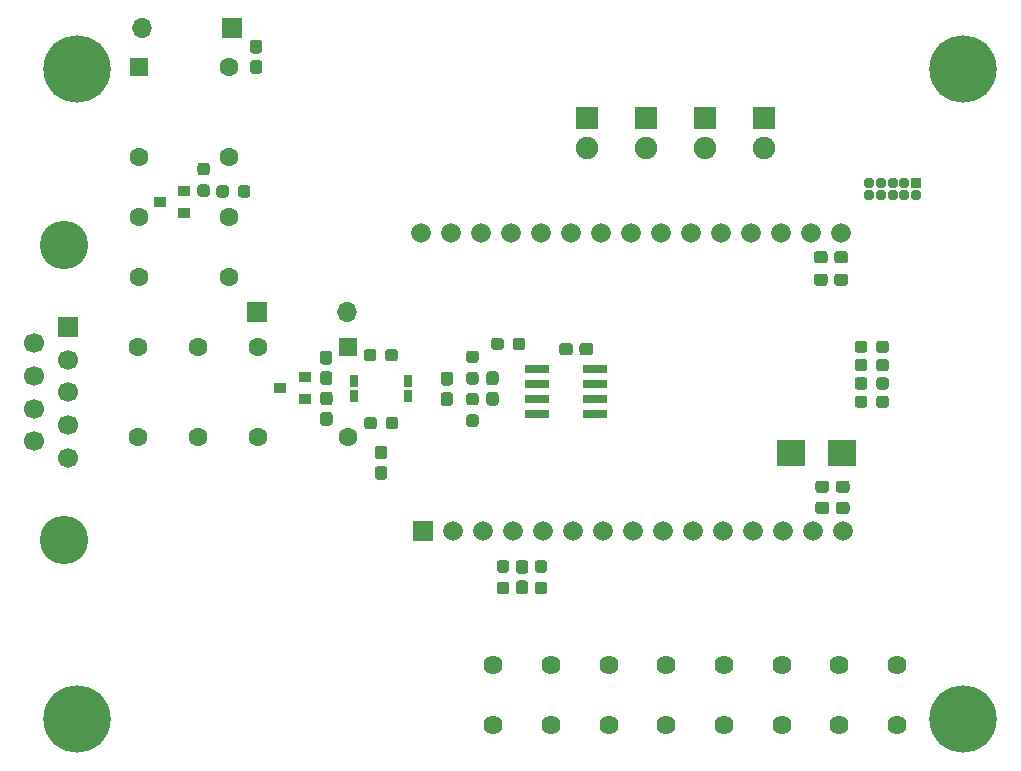
<source format=gbr>
%TF.GenerationSoftware,KiCad,Pcbnew,(5.1.6)-1*%
%TF.CreationDate,2020-11-25T15:36:35+01:00*%
%TF.ProjectId,Board,426f6172-642e-46b6-9963-61645f706362,rev?*%
%TF.SameCoordinates,Original*%
%TF.FileFunction,Soldermask,Bot*%
%TF.FilePolarity,Negative*%
%FSLAX46Y46*%
G04 Gerber Fmt 4.6, Leading zero omitted, Abs format (unit mm)*
G04 Created by KiCad (PCBNEW (5.1.6)-1) date 2020-11-25 15:36:35*
%MOMM*%
%LPD*%
G01*
G04 APERTURE LIST*
%ADD10C,5.700000*%
%ADD11O,1.700000X1.700000*%
%ADD12R,1.700000X1.700000*%
%ADD13R,1.660000X1.660000*%
%ADD14C,1.660000*%
%ADD15C,4.100000*%
%ADD16C,1.700000*%
%ADD17C,1.624000*%
%ADD18R,1.608000X1.608000*%
%ADD19C,1.608000*%
%ADD20R,0.700000X1.100000*%
%ADD21R,1.000000X0.900000*%
%ADD22R,1.900000X1.900000*%
%ADD23C,1.900000*%
%ADD24R,2.390000X2.220000*%
%ADD25R,0.950000X0.950000*%
%ADD26O,0.950000X0.950000*%
%ADD27R,2.081200X0.658800*%
G04 APERTURE END LIST*
D10*
%TO.C,MH4*%
X122840000Y-121750000D03*
%TD*%
%TO.C,MH3*%
X122840000Y-66750000D03*
%TD*%
%TO.C,MH2*%
X47840000Y-66750000D03*
%TD*%
%TO.C,MH1*%
X47840000Y-121750000D03*
%TD*%
D11*
%TO.C,D9*%
X70710000Y-87300000D03*
D12*
X63090000Y-87300000D03*
%TD*%
%TO.C,C18*%
G36*
G01*
X73287500Y-100327500D02*
X73812500Y-100327500D01*
G75*
G02*
X74075000Y-100590000I0J-262500D01*
G01*
X74075000Y-101240000D01*
G75*
G02*
X73812500Y-101502500I-262500J0D01*
G01*
X73287500Y-101502500D01*
G75*
G02*
X73025000Y-101240000I0J262500D01*
G01*
X73025000Y-100590000D01*
G75*
G02*
X73287500Y-100327500I262500J0D01*
G01*
G37*
G36*
G01*
X73287500Y-98602500D02*
X73812500Y-98602500D01*
G75*
G02*
X74075000Y-98865000I0J-262500D01*
G01*
X74075000Y-99515000D01*
G75*
G02*
X73812500Y-99777500I-262500J0D01*
G01*
X73287500Y-99777500D01*
G75*
G02*
X73025000Y-99515000I0J262500D01*
G01*
X73025000Y-98865000D01*
G75*
G02*
X73287500Y-98602500I262500J0D01*
G01*
G37*
%TD*%
%TO.C,C17*%
G36*
G01*
X90350000Y-90702500D02*
X90350000Y-90177500D01*
G75*
G02*
X90612500Y-89915000I262500J0D01*
G01*
X91262500Y-89915000D01*
G75*
G02*
X91525000Y-90177500I0J-262500D01*
G01*
X91525000Y-90702500D01*
G75*
G02*
X91262500Y-90965000I-262500J0D01*
G01*
X90612500Y-90965000D01*
G75*
G02*
X90350000Y-90702500I0J262500D01*
G01*
G37*
G36*
G01*
X88625000Y-90702500D02*
X88625000Y-90177500D01*
G75*
G02*
X88887500Y-89915000I262500J0D01*
G01*
X89537500Y-89915000D01*
G75*
G02*
X89800000Y-90177500I0J-262500D01*
G01*
X89800000Y-90702500D01*
G75*
G02*
X89537500Y-90965000I-262500J0D01*
G01*
X88887500Y-90965000D01*
G75*
G02*
X88625000Y-90702500I0J262500D01*
G01*
G37*
%TD*%
D13*
%TO.C,U2*%
X77070000Y-105870000D03*
D14*
X79610000Y-105870000D03*
X84563000Y-80597000D03*
X82150000Y-105870000D03*
X84690000Y-105870000D03*
X87230000Y-105870000D03*
X89770000Y-105870000D03*
X92310000Y-105870000D03*
X94850000Y-105870000D03*
X97390000Y-105870000D03*
X99930000Y-105870000D03*
X102470000Y-105870000D03*
X105010000Y-105870000D03*
X107550000Y-105870000D03*
X110090000Y-105870000D03*
X112630000Y-105870000D03*
X76943000Y-80597000D03*
X79483000Y-80597000D03*
X82023000Y-80597000D03*
X87103000Y-80597000D03*
X89643000Y-80597000D03*
X92183000Y-80597000D03*
X94723000Y-80597000D03*
X97263000Y-80597000D03*
X99803000Y-80597000D03*
X102343000Y-80597000D03*
X104883000Y-80597000D03*
X107423000Y-80597000D03*
X109963000Y-80597000D03*
X112503000Y-80597000D03*
%TD*%
D15*
%TO.C,J3*%
X46740000Y-106590000D03*
X46740000Y-81590000D03*
D16*
X44200000Y-98245000D03*
X44200000Y-95475000D03*
X44200000Y-92705000D03*
X44200000Y-89935000D03*
X47040000Y-99630000D03*
X47040000Y-96860000D03*
X47040000Y-94090000D03*
X47040000Y-91320000D03*
D12*
X47040000Y-88550000D03*
%TD*%
D17*
%TO.C,J1*%
X83070000Y-117220000D03*
X87950000Y-117220000D03*
X92830000Y-117220000D03*
X97710000Y-117220000D03*
X102590000Y-117220000D03*
X107470000Y-117220000D03*
X112350000Y-117220000D03*
X117230000Y-117220000D03*
X83070000Y-122220000D03*
X87950000Y-122220000D03*
X92830000Y-122220000D03*
X97710000Y-122220000D03*
X102590000Y-122220000D03*
X107470000Y-122220000D03*
X112350000Y-122220000D03*
X117230000Y-122220000D03*
%TD*%
D18*
%TO.C,K2*%
X70740000Y-90230000D03*
D19*
X70740000Y-97850000D03*
X63120000Y-97850000D03*
X63120000Y-90230000D03*
X58040000Y-90230000D03*
X58040000Y-97850000D03*
X52960000Y-97850000D03*
X52960000Y-90230000D03*
%TD*%
%TO.C,R21*%
G36*
G01*
X83938500Y-89733500D02*
X83938500Y-90258500D01*
G75*
G02*
X83676000Y-90521000I-262500J0D01*
G01*
X83126000Y-90521000D01*
G75*
G02*
X82863500Y-90258500I0J262500D01*
G01*
X82863500Y-89733500D01*
G75*
G02*
X83126000Y-89471000I262500J0D01*
G01*
X83676000Y-89471000D01*
G75*
G02*
X83938500Y-89733500I0J-262500D01*
G01*
G37*
G36*
G01*
X85763500Y-89733500D02*
X85763500Y-90258500D01*
G75*
G02*
X85501000Y-90521000I-262500J0D01*
G01*
X84951000Y-90521000D01*
G75*
G02*
X84688500Y-90258500I0J262500D01*
G01*
X84688500Y-89733500D01*
G75*
G02*
X84951000Y-89471000I262500J0D01*
G01*
X85501000Y-89471000D01*
G75*
G02*
X85763500Y-89733500I0J-262500D01*
G01*
G37*
%TD*%
%TO.C,R18*%
G36*
G01*
X58792500Y-75722500D02*
X58267500Y-75722500D01*
G75*
G02*
X58005000Y-75460000I0J262500D01*
G01*
X58005000Y-74910000D01*
G75*
G02*
X58267500Y-74647500I262500J0D01*
G01*
X58792500Y-74647500D01*
G75*
G02*
X59055000Y-74910000I0J-262500D01*
G01*
X59055000Y-75460000D01*
G75*
G02*
X58792500Y-75722500I-262500J0D01*
G01*
G37*
G36*
G01*
X58792500Y-77547500D02*
X58267500Y-77547500D01*
G75*
G02*
X58005000Y-77285000I0J262500D01*
G01*
X58005000Y-76735000D01*
G75*
G02*
X58267500Y-76472500I262500J0D01*
G01*
X58792500Y-76472500D01*
G75*
G02*
X59055000Y-76735000I0J-262500D01*
G01*
X59055000Y-77285000D01*
G75*
G02*
X58792500Y-77547500I-262500J0D01*
G01*
G37*
%TD*%
%TO.C,R17*%
G36*
G01*
X61422500Y-77342500D02*
X61422500Y-76817500D01*
G75*
G02*
X61685000Y-76555000I262500J0D01*
G01*
X62235000Y-76555000D01*
G75*
G02*
X62497500Y-76817500I0J-262500D01*
G01*
X62497500Y-77342500D01*
G75*
G02*
X62235000Y-77605000I-262500J0D01*
G01*
X61685000Y-77605000D01*
G75*
G02*
X61422500Y-77342500I0J262500D01*
G01*
G37*
G36*
G01*
X59597500Y-77342500D02*
X59597500Y-76817500D01*
G75*
G02*
X59860000Y-76555000I262500J0D01*
G01*
X60410000Y-76555000D01*
G75*
G02*
X60672500Y-76817500I0J-262500D01*
G01*
X60672500Y-77342500D01*
G75*
G02*
X60410000Y-77605000I-262500J0D01*
G01*
X59860000Y-77605000D01*
G75*
G02*
X59597500Y-77342500I0J262500D01*
G01*
G37*
%TD*%
%TO.C,R12*%
G36*
G01*
X114725000Y-94627500D02*
X114725000Y-95152500D01*
G75*
G02*
X114462500Y-95415000I-262500J0D01*
G01*
X113912500Y-95415000D01*
G75*
G02*
X113650000Y-95152500I0J262500D01*
G01*
X113650000Y-94627500D01*
G75*
G02*
X113912500Y-94365000I262500J0D01*
G01*
X114462500Y-94365000D01*
G75*
G02*
X114725000Y-94627500I0J-262500D01*
G01*
G37*
G36*
G01*
X116550000Y-94627500D02*
X116550000Y-95152500D01*
G75*
G02*
X116287500Y-95415000I-262500J0D01*
G01*
X115737500Y-95415000D01*
G75*
G02*
X115475000Y-95152500I0J262500D01*
G01*
X115475000Y-94627500D01*
G75*
G02*
X115737500Y-94365000I262500J0D01*
G01*
X116287500Y-94365000D01*
G75*
G02*
X116550000Y-94627500I0J-262500D01*
G01*
G37*
%TD*%
%TO.C,R11*%
G36*
G01*
X114725000Y-93077500D02*
X114725000Y-93602500D01*
G75*
G02*
X114462500Y-93865000I-262500J0D01*
G01*
X113912500Y-93865000D01*
G75*
G02*
X113650000Y-93602500I0J262500D01*
G01*
X113650000Y-93077500D01*
G75*
G02*
X113912500Y-92815000I262500J0D01*
G01*
X114462500Y-92815000D01*
G75*
G02*
X114725000Y-93077500I0J-262500D01*
G01*
G37*
G36*
G01*
X116550000Y-93077500D02*
X116550000Y-93602500D01*
G75*
G02*
X116287500Y-93865000I-262500J0D01*
G01*
X115737500Y-93865000D01*
G75*
G02*
X115475000Y-93602500I0J262500D01*
G01*
X115475000Y-93077500D01*
G75*
G02*
X115737500Y-92815000I262500J0D01*
G01*
X116287500Y-92815000D01*
G75*
G02*
X116550000Y-93077500I0J-262500D01*
G01*
G37*
%TD*%
%TO.C,R10*%
G36*
G01*
X114725000Y-91527500D02*
X114725000Y-92052500D01*
G75*
G02*
X114462500Y-92315000I-262500J0D01*
G01*
X113912500Y-92315000D01*
G75*
G02*
X113650000Y-92052500I0J262500D01*
G01*
X113650000Y-91527500D01*
G75*
G02*
X113912500Y-91265000I262500J0D01*
G01*
X114462500Y-91265000D01*
G75*
G02*
X114725000Y-91527500I0J-262500D01*
G01*
G37*
G36*
G01*
X116550000Y-91527500D02*
X116550000Y-92052500D01*
G75*
G02*
X116287500Y-92315000I-262500J0D01*
G01*
X115737500Y-92315000D01*
G75*
G02*
X115475000Y-92052500I0J262500D01*
G01*
X115475000Y-91527500D01*
G75*
G02*
X115737500Y-91265000I262500J0D01*
G01*
X116287500Y-91265000D01*
G75*
G02*
X116550000Y-91527500I0J-262500D01*
G01*
G37*
%TD*%
%TO.C,R9*%
G36*
G01*
X114725000Y-89977500D02*
X114725000Y-90502500D01*
G75*
G02*
X114462500Y-90765000I-262500J0D01*
G01*
X113912500Y-90765000D01*
G75*
G02*
X113650000Y-90502500I0J262500D01*
G01*
X113650000Y-89977500D01*
G75*
G02*
X113912500Y-89715000I262500J0D01*
G01*
X114462500Y-89715000D01*
G75*
G02*
X114725000Y-89977500I0J-262500D01*
G01*
G37*
G36*
G01*
X116550000Y-89977500D02*
X116550000Y-90502500D01*
G75*
G02*
X116287500Y-90765000I-262500J0D01*
G01*
X115737500Y-90765000D01*
G75*
G02*
X115475000Y-90502500I0J262500D01*
G01*
X115475000Y-89977500D01*
G75*
G02*
X115737500Y-89715000I262500J0D01*
G01*
X116287500Y-89715000D01*
G75*
G02*
X116550000Y-89977500I0J-262500D01*
G01*
G37*
%TD*%
%TO.C,R7*%
G36*
G01*
X81026500Y-95959000D02*
X81551500Y-95959000D01*
G75*
G02*
X81814000Y-96221500I0J-262500D01*
G01*
X81814000Y-96771500D01*
G75*
G02*
X81551500Y-97034000I-262500J0D01*
G01*
X81026500Y-97034000D01*
G75*
G02*
X80764000Y-96771500I0J262500D01*
G01*
X80764000Y-96221500D01*
G75*
G02*
X81026500Y-95959000I262500J0D01*
G01*
G37*
G36*
G01*
X81026500Y-94134000D02*
X81551500Y-94134000D01*
G75*
G02*
X81814000Y-94396500I0J-262500D01*
G01*
X81814000Y-94946500D01*
G75*
G02*
X81551500Y-95209000I-262500J0D01*
G01*
X81026500Y-95209000D01*
G75*
G02*
X80764000Y-94946500I0J262500D01*
G01*
X80764000Y-94396500D01*
G75*
G02*
X81026500Y-94134000I262500J0D01*
G01*
G37*
%TD*%
%TO.C,R6*%
G36*
G01*
X81026500Y-92379500D02*
X81551500Y-92379500D01*
G75*
G02*
X81814000Y-92642000I0J-262500D01*
G01*
X81814000Y-93192000D01*
G75*
G02*
X81551500Y-93454500I-262500J0D01*
G01*
X81026500Y-93454500D01*
G75*
G02*
X80764000Y-93192000I0J262500D01*
G01*
X80764000Y-92642000D01*
G75*
G02*
X81026500Y-92379500I262500J0D01*
G01*
G37*
G36*
G01*
X81026500Y-90554500D02*
X81551500Y-90554500D01*
G75*
G02*
X81814000Y-90817000I0J-262500D01*
G01*
X81814000Y-91367000D01*
G75*
G02*
X81551500Y-91629500I-262500J0D01*
G01*
X81026500Y-91629500D01*
G75*
G02*
X80764000Y-91367000I0J262500D01*
G01*
X80764000Y-90817000D01*
G75*
G02*
X81026500Y-90554500I262500J0D01*
G01*
G37*
%TD*%
%TO.C,R5*%
G36*
G01*
X73202500Y-96437500D02*
X73202500Y-96962500D01*
G75*
G02*
X72940000Y-97225000I-262500J0D01*
G01*
X72390000Y-97225000D01*
G75*
G02*
X72127500Y-96962500I0J262500D01*
G01*
X72127500Y-96437500D01*
G75*
G02*
X72390000Y-96175000I262500J0D01*
G01*
X72940000Y-96175000D01*
G75*
G02*
X73202500Y-96437500I0J-262500D01*
G01*
G37*
G36*
G01*
X75027500Y-96437500D02*
X75027500Y-96962500D01*
G75*
G02*
X74765000Y-97225000I-262500J0D01*
G01*
X74215000Y-97225000D01*
G75*
G02*
X73952500Y-96962500I0J262500D01*
G01*
X73952500Y-96437500D01*
G75*
G02*
X74215000Y-96175000I262500J0D01*
G01*
X74765000Y-96175000D01*
G75*
G02*
X75027500Y-96437500I0J-262500D01*
G01*
G37*
%TD*%
%TO.C,R4*%
G36*
G01*
X73157500Y-90687500D02*
X73157500Y-91212500D01*
G75*
G02*
X72895000Y-91475000I-262500J0D01*
G01*
X72345000Y-91475000D01*
G75*
G02*
X72082500Y-91212500I0J262500D01*
G01*
X72082500Y-90687500D01*
G75*
G02*
X72345000Y-90425000I262500J0D01*
G01*
X72895000Y-90425000D01*
G75*
G02*
X73157500Y-90687500I0J-262500D01*
G01*
G37*
G36*
G01*
X74982500Y-90687500D02*
X74982500Y-91212500D01*
G75*
G02*
X74720000Y-91475000I-262500J0D01*
G01*
X74170000Y-91475000D01*
G75*
G02*
X73907500Y-91212500I0J262500D01*
G01*
X73907500Y-90687500D01*
G75*
G02*
X74170000Y-90425000I262500J0D01*
G01*
X74720000Y-90425000D01*
G75*
G02*
X74982500Y-90687500I0J-262500D01*
G01*
G37*
%TD*%
%TO.C,R2*%
G36*
G01*
X86827500Y-110117500D02*
X87352500Y-110117500D01*
G75*
G02*
X87615000Y-110380000I0J-262500D01*
G01*
X87615000Y-110930000D01*
G75*
G02*
X87352500Y-111192500I-262500J0D01*
G01*
X86827500Y-111192500D01*
G75*
G02*
X86565000Y-110930000I0J262500D01*
G01*
X86565000Y-110380000D01*
G75*
G02*
X86827500Y-110117500I262500J0D01*
G01*
G37*
G36*
G01*
X86827500Y-108292500D02*
X87352500Y-108292500D01*
G75*
G02*
X87615000Y-108555000I0J-262500D01*
G01*
X87615000Y-109105000D01*
G75*
G02*
X87352500Y-109367500I-262500J0D01*
G01*
X86827500Y-109367500D01*
G75*
G02*
X86565000Y-109105000I0J262500D01*
G01*
X86565000Y-108555000D01*
G75*
G02*
X86827500Y-108292500I262500J0D01*
G01*
G37*
%TD*%
%TO.C,R1*%
G36*
G01*
X84142500Y-109367500D02*
X83617500Y-109367500D01*
G75*
G02*
X83355000Y-109105000I0J262500D01*
G01*
X83355000Y-108555000D01*
G75*
G02*
X83617500Y-108292500I262500J0D01*
G01*
X84142500Y-108292500D01*
G75*
G02*
X84405000Y-108555000I0J-262500D01*
G01*
X84405000Y-109105000D01*
G75*
G02*
X84142500Y-109367500I-262500J0D01*
G01*
G37*
G36*
G01*
X84142500Y-111192500D02*
X83617500Y-111192500D01*
G75*
G02*
X83355000Y-110930000I0J262500D01*
G01*
X83355000Y-110380000D01*
G75*
G02*
X83617500Y-110117500I262500J0D01*
G01*
X84142500Y-110117500D01*
G75*
G02*
X84405000Y-110380000I0J-262500D01*
G01*
X84405000Y-110930000D01*
G75*
G02*
X84142500Y-111192500I-262500J0D01*
G01*
G37*
%TD*%
%TO.C,C15*%
G36*
G01*
X111920000Y-84822500D02*
X111920000Y-84297500D01*
G75*
G02*
X112182500Y-84035000I262500J0D01*
G01*
X112832500Y-84035000D01*
G75*
G02*
X113095000Y-84297500I0J-262500D01*
G01*
X113095000Y-84822500D01*
G75*
G02*
X112832500Y-85085000I-262500J0D01*
G01*
X112182500Y-85085000D01*
G75*
G02*
X111920000Y-84822500I0J262500D01*
G01*
G37*
G36*
G01*
X110195000Y-84822500D02*
X110195000Y-84297500D01*
G75*
G02*
X110457500Y-84035000I262500J0D01*
G01*
X111107500Y-84035000D01*
G75*
G02*
X111370000Y-84297500I0J-262500D01*
G01*
X111370000Y-84822500D01*
G75*
G02*
X111107500Y-85085000I-262500J0D01*
G01*
X110457500Y-85085000D01*
G75*
G02*
X110195000Y-84822500I0J262500D01*
G01*
G37*
%TD*%
%TO.C,C14*%
G36*
G01*
X111920000Y-82912500D02*
X111920000Y-82387500D01*
G75*
G02*
X112182500Y-82125000I262500J0D01*
G01*
X112832500Y-82125000D01*
G75*
G02*
X113095000Y-82387500I0J-262500D01*
G01*
X113095000Y-82912500D01*
G75*
G02*
X112832500Y-83175000I-262500J0D01*
G01*
X112182500Y-83175000D01*
G75*
G02*
X111920000Y-82912500I0J262500D01*
G01*
G37*
G36*
G01*
X110195000Y-82912500D02*
X110195000Y-82387500D01*
G75*
G02*
X110457500Y-82125000I262500J0D01*
G01*
X111107500Y-82125000D01*
G75*
G02*
X111370000Y-82387500I0J-262500D01*
G01*
X111370000Y-82912500D01*
G75*
G02*
X111107500Y-83175000I-262500J0D01*
G01*
X110457500Y-83175000D01*
G75*
G02*
X110195000Y-82912500I0J262500D01*
G01*
G37*
%TD*%
%TO.C,C13*%
G36*
G01*
X112043000Y-104142500D02*
X112043000Y-103617500D01*
G75*
G02*
X112305500Y-103355000I262500J0D01*
G01*
X112955500Y-103355000D01*
G75*
G02*
X113218000Y-103617500I0J-262500D01*
G01*
X113218000Y-104142500D01*
G75*
G02*
X112955500Y-104405000I-262500J0D01*
G01*
X112305500Y-104405000D01*
G75*
G02*
X112043000Y-104142500I0J262500D01*
G01*
G37*
G36*
G01*
X110318000Y-104142500D02*
X110318000Y-103617500D01*
G75*
G02*
X110580500Y-103355000I262500J0D01*
G01*
X111230500Y-103355000D01*
G75*
G02*
X111493000Y-103617500I0J-262500D01*
G01*
X111493000Y-104142500D01*
G75*
G02*
X111230500Y-104405000I-262500J0D01*
G01*
X110580500Y-104405000D01*
G75*
G02*
X110318000Y-104142500I0J262500D01*
G01*
G37*
%TD*%
%TO.C,C12*%
G36*
G01*
X111493000Y-101827500D02*
X111493000Y-102352500D01*
G75*
G02*
X111230500Y-102615000I-262500J0D01*
G01*
X110580500Y-102615000D01*
G75*
G02*
X110318000Y-102352500I0J262500D01*
G01*
X110318000Y-101827500D01*
G75*
G02*
X110580500Y-101565000I262500J0D01*
G01*
X111230500Y-101565000D01*
G75*
G02*
X111493000Y-101827500I0J-262500D01*
G01*
G37*
G36*
G01*
X113218000Y-101827500D02*
X113218000Y-102352500D01*
G75*
G02*
X112955500Y-102615000I-262500J0D01*
G01*
X112305500Y-102615000D01*
G75*
G02*
X112043000Y-102352500I0J262500D01*
G01*
X112043000Y-101827500D01*
G75*
G02*
X112305500Y-101565000I262500J0D01*
G01*
X112955500Y-101565000D01*
G75*
G02*
X113218000Y-101827500I0J-262500D01*
G01*
G37*
%TD*%
%TO.C,C11*%
G36*
G01*
X63232500Y-65415000D02*
X62707500Y-65415000D01*
G75*
G02*
X62445000Y-65152500I0J262500D01*
G01*
X62445000Y-64502500D01*
G75*
G02*
X62707500Y-64240000I262500J0D01*
G01*
X63232500Y-64240000D01*
G75*
G02*
X63495000Y-64502500I0J-262500D01*
G01*
X63495000Y-65152500D01*
G75*
G02*
X63232500Y-65415000I-262500J0D01*
G01*
G37*
G36*
G01*
X63232500Y-67140000D02*
X62707500Y-67140000D01*
G75*
G02*
X62445000Y-66877500I0J262500D01*
G01*
X62445000Y-66227500D01*
G75*
G02*
X62707500Y-65965000I262500J0D01*
G01*
X63232500Y-65965000D01*
G75*
G02*
X63495000Y-66227500I0J-262500D01*
G01*
X63495000Y-66877500D01*
G75*
G02*
X63232500Y-67140000I-262500J0D01*
G01*
G37*
%TD*%
%TO.C,C7*%
G36*
G01*
X83242500Y-93497500D02*
X82717500Y-93497500D01*
G75*
G02*
X82455000Y-93235000I0J262500D01*
G01*
X82455000Y-92585000D01*
G75*
G02*
X82717500Y-92322500I262500J0D01*
G01*
X83242500Y-92322500D01*
G75*
G02*
X83505000Y-92585000I0J-262500D01*
G01*
X83505000Y-93235000D01*
G75*
G02*
X83242500Y-93497500I-262500J0D01*
G01*
G37*
G36*
G01*
X83242500Y-95222500D02*
X82717500Y-95222500D01*
G75*
G02*
X82455000Y-94960000I0J262500D01*
G01*
X82455000Y-94310000D01*
G75*
G02*
X82717500Y-94047500I262500J0D01*
G01*
X83242500Y-94047500D01*
G75*
G02*
X83505000Y-94310000I0J-262500D01*
G01*
X83505000Y-94960000D01*
G75*
G02*
X83242500Y-95222500I-262500J0D01*
G01*
G37*
%TD*%
%TO.C,C6*%
G36*
G01*
X78867500Y-94081000D02*
X79392500Y-94081000D01*
G75*
G02*
X79655000Y-94343500I0J-262500D01*
G01*
X79655000Y-94993500D01*
G75*
G02*
X79392500Y-95256000I-262500J0D01*
G01*
X78867500Y-95256000D01*
G75*
G02*
X78605000Y-94993500I0J262500D01*
G01*
X78605000Y-94343500D01*
G75*
G02*
X78867500Y-94081000I262500J0D01*
G01*
G37*
G36*
G01*
X78867500Y-92356000D02*
X79392500Y-92356000D01*
G75*
G02*
X79655000Y-92618500I0J-262500D01*
G01*
X79655000Y-93268500D01*
G75*
G02*
X79392500Y-93531000I-262500J0D01*
G01*
X78867500Y-93531000D01*
G75*
G02*
X78605000Y-93268500I0J262500D01*
G01*
X78605000Y-92618500D01*
G75*
G02*
X78867500Y-92356000I262500J0D01*
G01*
G37*
%TD*%
%TO.C,C5*%
G36*
G01*
X69182500Y-95205000D02*
X68657500Y-95205000D01*
G75*
G02*
X68395000Y-94942500I0J262500D01*
G01*
X68395000Y-94292500D01*
G75*
G02*
X68657500Y-94030000I262500J0D01*
G01*
X69182500Y-94030000D01*
G75*
G02*
X69445000Y-94292500I0J-262500D01*
G01*
X69445000Y-94942500D01*
G75*
G02*
X69182500Y-95205000I-262500J0D01*
G01*
G37*
G36*
G01*
X69182500Y-96930000D02*
X68657500Y-96930000D01*
G75*
G02*
X68395000Y-96667500I0J262500D01*
G01*
X68395000Y-96017500D01*
G75*
G02*
X68657500Y-95755000I262500J0D01*
G01*
X69182500Y-95755000D01*
G75*
G02*
X69445000Y-96017500I0J-262500D01*
G01*
X69445000Y-96667500D01*
G75*
G02*
X69182500Y-96930000I-262500J0D01*
G01*
G37*
%TD*%
%TO.C,C4*%
G36*
G01*
X69162500Y-91755000D02*
X68637500Y-91755000D01*
G75*
G02*
X68375000Y-91492500I0J262500D01*
G01*
X68375000Y-90842500D01*
G75*
G02*
X68637500Y-90580000I262500J0D01*
G01*
X69162500Y-90580000D01*
G75*
G02*
X69425000Y-90842500I0J-262500D01*
G01*
X69425000Y-91492500D01*
G75*
G02*
X69162500Y-91755000I-262500J0D01*
G01*
G37*
G36*
G01*
X69162500Y-93480000D02*
X68637500Y-93480000D01*
G75*
G02*
X68375000Y-93217500I0J262500D01*
G01*
X68375000Y-92567500D01*
G75*
G02*
X68637500Y-92305000I262500J0D01*
G01*
X69162500Y-92305000D01*
G75*
G02*
X69425000Y-92567500I0J-262500D01*
G01*
X69425000Y-93217500D01*
G75*
G02*
X69162500Y-93480000I-262500J0D01*
G01*
G37*
%TD*%
%TO.C,C1*%
G36*
G01*
X85227500Y-110017500D02*
X85752500Y-110017500D01*
G75*
G02*
X86015000Y-110280000I0J-262500D01*
G01*
X86015000Y-110930000D01*
G75*
G02*
X85752500Y-111192500I-262500J0D01*
G01*
X85227500Y-111192500D01*
G75*
G02*
X84965000Y-110930000I0J262500D01*
G01*
X84965000Y-110280000D01*
G75*
G02*
X85227500Y-110017500I262500J0D01*
G01*
G37*
G36*
G01*
X85227500Y-108292500D02*
X85752500Y-108292500D01*
G75*
G02*
X86015000Y-108555000I0J-262500D01*
G01*
X86015000Y-109205000D01*
G75*
G02*
X85752500Y-109467500I-262500J0D01*
G01*
X85227500Y-109467500D01*
G75*
G02*
X84965000Y-109205000I0J262500D01*
G01*
X84965000Y-108555000D01*
G75*
G02*
X85227500Y-108292500I262500J0D01*
G01*
G37*
%TD*%
D20*
%TO.C,L2*%
X71272000Y-94426000D03*
X75822000Y-94426000D03*
X71272000Y-93176000D03*
X75822000Y-93176000D03*
%TD*%
D21*
%TO.C,Q1*%
X56850000Y-77010000D03*
X56850000Y-78910000D03*
X54850000Y-77960000D03*
%TD*%
D19*
%TO.C,K1*%
X53030000Y-84310000D03*
X60650000Y-84310000D03*
X60650000Y-79230000D03*
X53030000Y-79230000D03*
X53030000Y-74150000D03*
X60650000Y-74150000D03*
X60650000Y-66530000D03*
D18*
X53030000Y-66530000D03*
%TD*%
D12*
%TO.C,D7*%
X60910000Y-63250000D03*
D11*
X53290000Y-63250000D03*
%TD*%
D22*
%TO.C,D6*%
X91000000Y-70860000D03*
D23*
X91000000Y-73400000D03*
%TD*%
D24*
%TO.C,D2*%
X108220000Y-99210000D03*
X112540000Y-99210000D03*
%TD*%
D25*
%TO.C,J2*%
X118870000Y-76370000D03*
D26*
X118870000Y-77370000D03*
X117870000Y-76370000D03*
X117870000Y-77370000D03*
X116870000Y-76370000D03*
X116870000Y-77370000D03*
X115870000Y-76370000D03*
X115870000Y-77370000D03*
X114870000Y-76370000D03*
X114870000Y-77370000D03*
%TD*%
D27*
%TO.C,IC1*%
X91677600Y-92155000D03*
X91677600Y-93425000D03*
X91677600Y-94695000D03*
X91677600Y-95965000D03*
X86750000Y-95965000D03*
X86750000Y-94695000D03*
X86750000Y-93425000D03*
X86750000Y-92155000D03*
%TD*%
D22*
%TO.C,D5*%
X106000000Y-70860000D03*
D23*
X106000000Y-73400000D03*
%TD*%
D22*
%TO.C,D4*%
X101000000Y-70860000D03*
D23*
X101000000Y-73400000D03*
%TD*%
D22*
%TO.C,D3*%
X96000000Y-70860000D03*
D23*
X96000000Y-73400000D03*
%TD*%
D21*
%TO.C,D1*%
X67100000Y-92790000D03*
X67100000Y-94690000D03*
X65000000Y-93740000D03*
%TD*%
M02*

</source>
